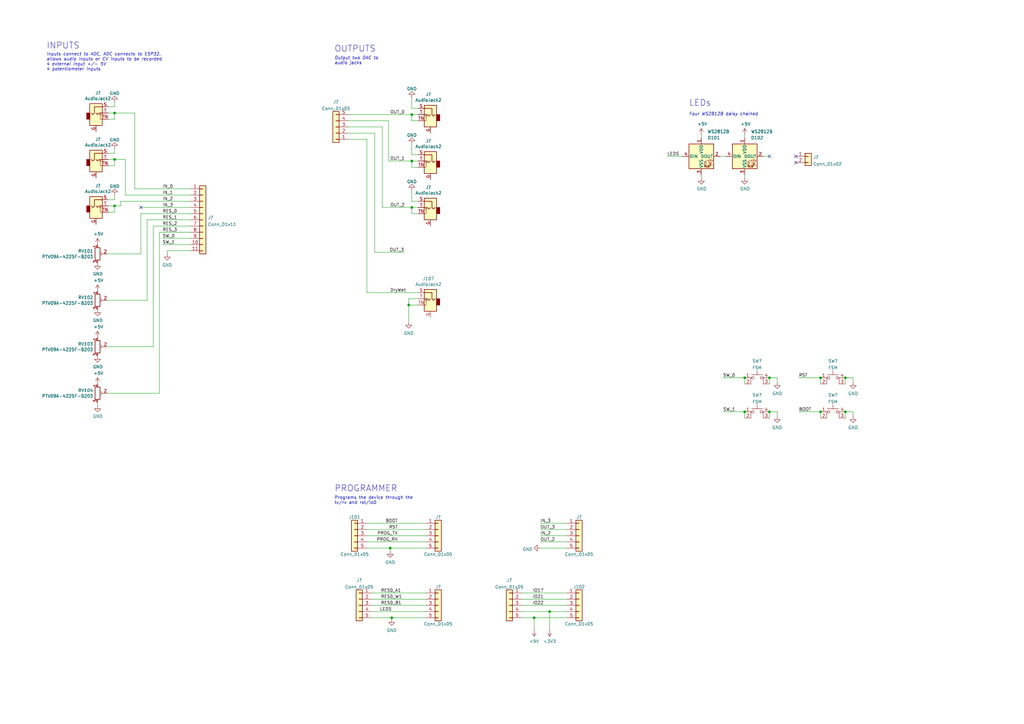
<source format=kicad_sch>
(kicad_sch (version 20211123) (generator eeschema)
  (paper "A3")
  (lib_symbols
    (symbol "+5V_1" (power) (pin_names (offset 0))
      (property "Value" "+5V_1" (at 0 3.556 0))
      (symbol "+5V_1_0_1"
        (polyline (pts (xy -0.762 1.27) (xy 0 2.54)))
        (polyline (pts (xy 0 0) (xy 0 2.54)))
        (polyline (pts (xy 0 2.54) (xy 0.762 1.27)))
      )
      (symbol "+5V_1_1_1"
        (pin power_in line (at 0 0 90) (length 0) hide (name "+5V") (number "1"))
      )
    )
    (symbol "Connector:AudioJack2_Ground_SwitchT"
      (property "Reference" "J" (at 0 8.89 0))
      (property "Value" "AudioJack2_Ground_SwitchT" (at 0 6.35 0))
      (symbol "AudioJack2_Ground_SwitchT_0_1"
        (rectangle (start -2.54 0) (end -3.81 -2.54) (stroke (width 0.254)) (fill (type outline)))
        (polyline (pts (xy 1.778 -0.254) (xy 2.032 -0.762)))
        (polyline (pts (xy 0 0) (xy 0.635 -0.635) (xy 1.27 0) (xy 2.54 0)) (stroke (width 0.254)))
        (polyline (pts (xy 2.54 -2.54) (xy 1.778 -2.54) (xy 1.778 -0.254) (xy 1.524 -0.762)))
        (polyline (pts (xy 2.54 2.54) (xy -0.635 2.54) (xy -0.635 0) (xy -1.27 -0.635) (xy -1.905 0)) (stroke (width 0.254)))
        (rectangle (start 2.54 3.81) (end -2.54 -5.08) (stroke (width 0.254)) (fill (type background)))
      )
      (symbol "AudioJack2_Ground_SwitchT_1_1"
        (pin passive line (at 0 -7.62 90) (length 2.54) (name "~") (number "G"))
        (pin passive line (at 5.08 2.54 180) (length 2.54) (name "~") (number "S"))
        (pin passive line (at 5.08 0 180) (length 2.54) (name "~") (number "T"))
        (pin passive line (at 5.08 -2.54 180) (length 2.54) (name "~") (number "TN"))
      )
    )
    (symbol "Connector_Generic:Conn_01x02" (pin_names (offset 1.016) hide)
      (property "Reference" "J" (at 0 2.54 0))
      (property "Value" "Conn_01x02" (at 0 -5.08 0))
      (symbol "Conn_01x02_1_1"
        (rectangle (start -1.27 -2.413) (end 0 -2.667) (stroke (width 0.1524)))
        (rectangle (start -1.27 0.127) (end 0 -0.127) (stroke (width 0.1524)))
        (rectangle (start -1.27 1.27) (end 1.27 -3.81) (stroke (width 0.254)) (fill (type background)))
        (pin passive line (at -5.08 0 0) (length 3.81) (name "Pin_1") (number "1"))
        (pin passive line (at -5.08 -2.54 0) (length 3.81) (name "Pin_2") (number "2"))
      )
    )
    (symbol "Connector_Generic:Conn_01x05" (pin_names (offset 1.016) hide)
      (property "Reference" "J" (at 0 7.62 0))
      (property "Value" "Conn_01x05" (at 0 -7.62 0))
      (symbol "Conn_01x05_1_1"
        (rectangle (start -1.27 -4.953) (end 0 -5.207) (stroke (width 0.1524)))
        (rectangle (start -1.27 -2.413) (end 0 -2.667) (stroke (width 0.1524)))
        (rectangle (start -1.27 0.127) (end 0 -0.127) (stroke (width 0.1524)))
        (rectangle (start -1.27 2.667) (end 0 2.413) (stroke (width 0.1524)))
        (rectangle (start -1.27 5.207) (end 0 4.953) (stroke (width 0.1524)))
        (rectangle (start -1.27 6.35) (end 1.27 -6.35) (stroke (width 0.254)) (fill (type background)))
        (pin passive line (at -5.08 5.08 0) (length 3.81) (name "Pin_1") (number "1"))
        (pin passive line (at -5.08 2.54 0) (length 3.81) (name "Pin_2") (number "2"))
        (pin passive line (at -5.08 0 0) (length 3.81) (name "Pin_3") (number "3"))
        (pin passive line (at -5.08 -2.54 0) (length 3.81) (name "Pin_4") (number "4"))
        (pin passive line (at -5.08 -5.08 0) (length 3.81) (name "Pin_5") (number "5"))
      )
    )
    (symbol "Connector_Generic:Conn_01x11" (pin_names (offset 1.016) hide)
      (property "Reference" "J" (at 0 15.24 0))
      (property "Value" "Conn_01x11" (at 0 -15.24 0))
      (symbol "Conn_01x11_1_1"
        (rectangle (start -1.27 -12.573) (end 0 -12.827) (stroke (width 0.1524)))
        (rectangle (start -1.27 -10.033) (end 0 -10.287) (stroke (width 0.1524)))
        (rectangle (start -1.27 -7.493) (end 0 -7.747) (stroke (width 0.1524)))
        (rectangle (start -1.27 -4.953) (end 0 -5.207) (stroke (width 0.1524)))
        (rectangle (start -1.27 -2.413) (end 0 -2.667) (stroke (width 0.1524)))
        (rectangle (start -1.27 0.127) (end 0 -0.127) (stroke (width 0.1524)))
        (rectangle (start -1.27 2.667) (end 0 2.413) (stroke (width 0.1524)))
        (rectangle (start -1.27 5.207) (end 0 4.953) (stroke (width 0.1524)))
        (rectangle (start -1.27 7.747) (end 0 7.493) (stroke (width 0.1524)))
        (rectangle (start -1.27 10.287) (end 0 10.033) (stroke (width 0.1524)))
        (rectangle (start -1.27 12.827) (end 0 12.573) (stroke (width 0.1524)))
        (rectangle (start -1.27 13.97) (end 1.27 -13.97) (stroke (width 0.254)) (fill (type background)))
        (pin passive line (at -5.08 12.7 0) (length 3.81) (name "Pin_1") (number "1"))
        (pin passive line (at -5.08 -10.16 0) (length 3.81) (name "Pin_10") (number "10"))
        (pin passive line (at -5.08 -12.7 0) (length 3.81) (name "Pin_11") (number "11"))
        (pin passive line (at -5.08 10.16 0) (length 3.81) (name "Pin_2") (number "2"))
        (pin passive line (at -5.08 7.62 0) (length 3.81) (name "Pin_3") (number "3"))
        (pin passive line (at -5.08 5.08 0) (length 3.81) (name "Pin_4") (number "4"))
        (pin passive line (at -5.08 2.54 0) (length 3.81) (name "Pin_5") (number "5"))
        (pin passive line (at -5.08 0 0) (length 3.81) (name "Pin_6") (number "6"))
        (pin passive line (at -5.08 -2.54 0) (length 3.81) (name "Pin_7") (number "7"))
        (pin passive line (at -5.08 -5.08 0) (length 3.81) (name "Pin_8") (number "8"))
        (pin passive line (at -5.08 -7.62 0) (length 3.81) (name "Pin_9") (number "9"))
      )
    )
    (symbol "Device:R_POT_TRIM" (pin_names (offset 1.016) hide)
      (property "Reference" "RV" (at -4.445 0 90))
      (property "Value" "Device_R_POT_TRIM" (at -2.54 0 90))
      (symbol "R_POT_TRIM_0_1"
        (polyline (pts (xy 1.524 0.762) (xy 1.524 -0.762)))
        (polyline (pts (xy 2.54 0) (xy 1.524 0)))
        (rectangle (start 1.016 2.54) (end -1.016 -2.54) (stroke (width 0.254)))
      )
      (symbol "R_POT_TRIM_1_1"
        (pin passive line (at 0 3.81 270) (length 1.27) (name "1") (number "1"))
        (pin passive line (at 3.81 0 180) (length 1.27) (name "2") (number "2"))
        (pin passive line (at 0 -3.81 90) (length 1.27) (name "3") (number "3"))
      )
    )
    (symbol "GND_1" (power) (pin_names (offset 0))
      (property "Value" "GND_1" (at 0 -3.81 0))
      (symbol "GND_1_0_1"
        (polyline (pts (xy 0 0) (xy 0 -1.27) (xy 1.27 -1.27) (xy 0 -2.54) (xy -1.27 -1.27) (xy 0 -1.27)))
      )
      (symbol "GND_1_1_1"
        (pin power_in line (at 0 0 270) (length 0) hide (name "GND") (number "1"))
      )
    )
    (symbol "GND_10" (power) (pin_names (offset 0))
      (property "Value" "GND_10" (at 0 -3.81 0))
      (symbol "GND_10_0_1"
        (polyline (pts (xy 0 0) (xy 0 -1.27) (xy 1.27 -1.27) (xy 0 -2.54) (xy -1.27 -1.27) (xy 0 -1.27)))
      )
      (symbol "GND_10_1_1"
        (pin power_in line (at 0 0 270) (length 0) hide (name "GND") (number "1"))
      )
    )
    (symbol "GND_2" (power) (pin_names (offset 0))
      (property "Value" "GND_2" (at 0 -3.81 0))
      (symbol "GND_2_0_1"
        (polyline (pts (xy 0 0) (xy 0 -1.27) (xy 1.27 -1.27) (xy 0 -2.54) (xy -1.27 -1.27) (xy 0 -1.27)))
      )
      (symbol "GND_2_1_1"
        (pin power_in line (at 0 0 270) (length 0) hide (name "GND") (number "1"))
      )
    )
    (symbol "GND_3" (power) (pin_names (offset 0))
      (property "Value" "GND_3" (at 0 -3.81 0))
      (symbol "GND_3_0_1"
        (polyline (pts (xy 0 0) (xy 0 -1.27) (xy 1.27 -1.27) (xy 0 -2.54) (xy -1.27 -1.27) (xy 0 -1.27)))
      )
      (symbol "GND_3_1_1"
        (pin power_in line (at 0 0 270) (length 0) hide (name "GND") (number "1"))
      )
    )
    (symbol "GND_4" (power) (pin_names (offset 0))
      (property "Value" "GND_4" (at 0 -3.81 0))
      (symbol "GND_4_0_1"
        (polyline (pts (xy 0 0) (xy 0 -1.27) (xy 1.27 -1.27) (xy 0 -2.54) (xy -1.27 -1.27) (xy 0 -1.27)))
      )
      (symbol "GND_4_1_1"
        (pin power_in line (at 0 0 270) (length 0) hide (name "GND") (number "1"))
      )
    )
    (symbol "GND_5" (power) (pin_names (offset 0))
      (property "Value" "GND_5" (at 0 -3.81 0))
      (symbol "GND_5_0_1"
        (polyline (pts (xy 0 0) (xy 0 -1.27) (xy 1.27 -1.27) (xy 0 -2.54) (xy -1.27 -1.27) (xy 0 -1.27)))
      )
      (symbol "GND_5_1_1"
        (pin power_in line (at 0 0 270) (length 0) hide (name "GND") (number "1"))
      )
    )
    (symbol "GND_6" (power) (pin_names (offset 0))
      (property "Value" "GND_6" (at 0 -3.81 0))
      (symbol "GND_6_0_1"
        (polyline (pts (xy 0 0) (xy 0 -1.27) (xy 1.27 -1.27) (xy 0 -2.54) (xy -1.27 -1.27) (xy 0 -1.27)))
      )
      (symbol "GND_6_1_1"
        (pin power_in line (at 0 0 270) (length 0) hide (name "GND") (number "1"))
      )
    )
    (symbol "GND_7" (power) (pin_names (offset 0))
      (property "Value" "GND_7" (at 0 -3.81 0))
      (symbol "GND_7_0_1"
        (polyline (pts (xy 0 0) (xy 0 -1.27) (xy 1.27 -1.27) (xy 0 -2.54) (xy -1.27 -1.27) (xy 0 -1.27)))
      )
      (symbol "GND_7_1_1"
        (pin power_in line (at 0 0 270) (length 0) hide (name "GND") (number "1"))
      )
    )
    (symbol "GND_8" (power) (pin_names (offset 0))
      (property "Value" "GND_8" (at 0 -3.81 0))
      (symbol "GND_8_0_1"
        (polyline (pts (xy 0 0) (xy 0 -1.27) (xy 1.27 -1.27) (xy 0 -2.54) (xy -1.27 -1.27) (xy 0 -1.27)))
      )
      (symbol "GND_8_1_1"
        (pin power_in line (at 0 0 270) (length 0) hide (name "GND") (number "1"))
      )
    )
    (symbol "GND_9" (power) (pin_names (offset 0))
      (property "Value" "GND_9" (at 0 -3.81 0))
      (symbol "GND_9_0_1"
        (polyline (pts (xy 0 0) (xy 0 -1.27) (xy 1.27 -1.27) (xy 0 -2.54) (xy -1.27 -1.27) (xy 0 -1.27)))
      )
      (symbol "GND_9_1_1"
        (pin power_in line (at 0 0 270) (length 0) hide (name "GND") (number "1"))
      )
    )
    (symbol "LED:WS2812B" (pin_names (offset 0.254))
      (property "Reference" "D" (at 5.08 5.715 0))
      (property "Value" "LED_WS2812B" (at 1.27 -5.715 0))
      (symbol "WS2812B_0_0"
        (text "RGB" (at 2.286 -4.191 0) (effects (font (size 0.762 0.762))))
      )
      (symbol "WS2812B_0_1"
        (polyline (pts (xy 1.27 -3.556) (xy 1.778 -3.556)))
        (polyline (pts (xy 1.27 -2.54) (xy 1.778 -2.54)))
        (polyline (pts (xy 4.699 -3.556) (xy 2.667 -3.556)))
        (polyline (pts (xy 2.286 -2.54) (xy 1.27 -3.556) (xy 1.27 -3.048)))
        (polyline (pts (xy 2.286 -1.524) (xy 1.27 -2.54) (xy 1.27 -2.032)))
        (polyline (pts (xy 3.683 -1.016) (xy 3.683 -3.556) (xy 3.683 -4.064)))
        (polyline (pts (xy 4.699 -1.524) (xy 2.667 -1.524) (xy 3.683 -3.556) (xy 4.699 -1.524)))
        (rectangle (start 5.08 5.08) (end -5.08 -5.08) (stroke (width 0.254)) (fill (type background)))
      )
      (symbol "WS2812B_1_1"
        (pin power_in line (at 0 7.62 270) (length 2.54) (name "VDD") (number "1"))
        (pin output line (at 7.62 0 180) (length 2.54) (name "DOUT") (number "2"))
        (pin power_in line (at 0 -7.62 90) (length 2.54) (name "VSS") (number "3"))
        (pin input line (at -7.62 0 0) (length 2.54) (name "DIN") (number "4"))
      )
    )
    (symbol "Switch:SW_MEC_5E" (pin_names (offset 1.016) hide)
      (property "Reference" "SW" (at 0.635 5.715 0))
      (property "Value" "SW_MEC_5E" (at 0 -3.175 0))
      (symbol "SW_MEC_5E_0_1"
        (circle (center -1.778 2.54) (radius 0.508))
        (polyline (pts (xy -2.286 3.81) (xy 2.286 3.81)))
        (polyline (pts (xy 0 3.81) (xy 0 5.588)))
        (polyline (pts (xy -2.54 0) (xy -2.54 2.54) (xy -2.286 2.54)))
        (polyline (pts (xy 2.54 0) (xy 2.54 2.54) (xy 2.286 2.54)))
        (circle (center 1.778 2.54) (radius 0.508))
        (pin passive line (at -5.08 2.54 0) (length 2.54) (name "1") (number "1"))
        (pin passive line (at -5.08 0 0) (length 2.54) (name "2") (number "2"))
        (pin passive line (at 5.08 0 180) (length 2.54) (name "K") (number "3"))
        (pin passive line (at 5.08 2.54 180) (length 2.54) (name "A") (number "4"))
      )
    )
    (symbol "power:+3V3" (power) (pin_names (offset 0))
      (property "Value" "+3V3" (at 0 3.556 0))
      (symbol "+3V3_0_1"
        (polyline (pts (xy -0.762 1.27) (xy 0 2.54)))
        (polyline (pts (xy 0 0) (xy 0 2.54)))
        (polyline (pts (xy 0 2.54) (xy 0.762 1.27)))
      )
      (symbol "+3V3_1_1"
        (pin power_in line (at 0 0 90) (length 0) hide (name "+3V3") (number "1"))
      )
    )
    (symbol "power:+5V" (power) (pin_names (offset 0))
      (property "Value" "power_+5V" (at 0 3.556 0))
      (symbol "+5V_0_1"
        (polyline (pts (xy -0.762 1.27) (xy 0 2.54)))
        (polyline (pts (xy 0 0) (xy 0 2.54)))
        (polyline (pts (xy 0 2.54) (xy 0.762 1.27)))
      )
      (symbol "+5V_1_1"
        (pin power_in line (at 0 0 90) (length 0) hide (name "+5V") (number "1"))
      )
    )
    (symbol "power:GND" (power) (pin_names (offset 0))
      (property "Value" "power_GND" (at 0 -3.81 0))
      (symbol "GND_0_1"
        (polyline (pts (xy 0 0) (xy 0 -1.27) (xy 1.27 -1.27) (xy 0 -2.54) (xy -1.27 -1.27) (xy 0 -1.27)))
      )
      (symbol "GND_1_1"
        (pin power_in line (at 0 0 270) (length 0) hide (name "GND") (number "1"))
      )
    )
  )
  (junction (at 46.99 65.405))
  (junction (at 336.55 168.91))
  (junction (at 225.425 250.825))
  (junction (at 160.02 224.79))
  (junction (at 346.71 168.91))
  (junction (at 315.595 154.94))
  (junction (at 336.55 154.94))
  (junction (at 168.91 66.04))
  (junction (at 160.655 253.365))
  (junction (at 167.64 125.095))
  (junction (at 305.435 168.91))
  (junction (at 305.435 154.94))
  (junction (at 346.71 154.94))
  (junction (at 46.99 84.455))
  (junction (at 46.99 46.355))
  (junction (at 168.91 85.09))
  (junction (at 168.91 46.99))
  (junction (at 315.595 168.91))
  (junction (at 219.075 253.365))
  (no_connect (at 326.39 64.135))
  (no_connect (at 315.595 64.135))
  (no_connect (at 57.785 85.09))
  (no_connect (at 326.39 66.675))
  (wire (pts (xy 152.4 253.365) (xy 160.655 253.365)))
  (wire (pts (xy 150.495 214.63) (xy 174.625 214.63)))
  (wire (pts (xy 221.615 222.25) (xy 232.41 222.25)))
  (wire (pts (xy 168.91 87.63) (xy 171.45 87.63)))
  (wire (pts (xy 168.91 49.53) (xy 171.45 49.53)))
  (wire (pts (xy 168.91 46.99) (xy 171.45 46.99)))
  (wire (pts (xy 46.99 65.405) (xy 46.99 67.945)))
  (wire (pts (xy 167.64 122.555) (xy 167.64 125.095)))
  (wire (pts (xy 336.55 154.94) (xy 336.55 157.48)))
  (wire (pts (xy 57.785 104.14) (xy 57.785 87.63)))
  (wire (pts (xy 346.71 154.94) (xy 349.885 154.94)))
  (wire (pts (xy 43.815 142.24) (xy 62.865 142.24)))
  (wire (pts (xy 43.815 104.14) (xy 57.785 104.14)))
  (wire (pts (xy 305.435 55.245) (xy 305.435 56.515)))
  (wire (pts (xy 296.545 168.91) (xy 305.435 168.91)))
  (wire (pts (xy 168.91 85.09) (xy 168.91 87.63)))
  (wire (pts (xy 168.91 40.005) (xy 168.91 44.45)))
  (wire (pts (xy 62.865 142.24) (xy 62.865 92.71)))
  (wire (pts (xy 46.99 46.355) (xy 46.99 48.895)))
  (wire (pts (xy 46.99 41.91) (xy 46.99 43.815)))
  (wire (pts (xy 287.655 55.245) (xy 287.655 56.515)))
  (wire (pts (xy 219.075 253.365) (xy 219.075 258.445)))
  (wire (pts (xy 213.995 253.365) (xy 219.075 253.365)))
  (wire (pts (xy 168.91 78.105) (xy 168.91 82.55)))
  (wire (pts (xy 142.875 46.99) (xy 168.91 46.99)))
  (wire (pts (xy 273.685 64.135) (xy 280.035 64.135)))
  (wire (pts (xy 171.45 44.45) (xy 168.91 44.45)))
  (wire (pts (xy 225.425 250.825) (xy 213.995 250.825)))
  (wire (pts (xy 213.995 243.205) (xy 232.41 243.205)))
  (wire (pts (xy 168.91 59.055) (xy 168.91 63.5)))
  (wire (pts (xy 159.385 49.53) (xy 159.385 66.04)))
  (wire (pts (xy 327.66 168.91) (xy 336.55 168.91)))
  (wire (pts (xy 346.71 154.94) (xy 346.71 157.48)))
  (wire (pts (xy 62.865 92.71) (xy 78.105 92.71)))
  (wire (pts (xy 295.275 64.135) (xy 297.815 64.135)))
  (wire (pts (xy 296.545 154.94) (xy 305.435 154.94)))
  (wire (pts (xy 57.785 85.09) (xy 78.105 85.09)))
  (wire (pts (xy 213.995 248.285) (xy 232.41 248.285)))
  (wire (pts (xy 168.91 66.04) (xy 171.45 66.04)))
  (wire (pts (xy 55.245 77.47) (xy 55.245 46.355)))
  (wire (pts (xy 160.02 224.79) (xy 174.625 224.79)))
  (wire (pts (xy 46.99 80.01) (xy 46.99 81.915)))
  (wire (pts (xy 313.055 64.135) (xy 315.595 64.135)))
  (wire (pts (xy 150.495 219.71) (xy 174.625 219.71)))
  (wire (pts (xy 315.595 168.91) (xy 315.595 171.45)))
  (wire (pts (xy 160.655 253.365) (xy 160.655 254)))
  (wire (pts (xy 349.885 168.91) (xy 349.885 170.815)))
  (wire (pts (xy 221.615 224.79) (xy 232.41 224.79)))
  (wire (pts (xy 287.655 73.025) (xy 287.655 71.755)))
  (wire (pts (xy 65.405 161.29) (xy 43.815 161.29)))
  (wire (pts (xy 46.99 81.915) (xy 44.45 81.915)))
  (wire (pts (xy 68.58 102.87) (xy 78.105 102.87)))
  (wire (pts (xy 219.075 253.365) (xy 232.41 253.365)))
  (wire (pts (xy 150.495 57.15) (xy 142.875 57.15)))
  (wire (pts (xy 221.615 219.71) (xy 232.41 219.71)))
  (wire (pts (xy 46.99 48.895) (xy 44.45 48.895)))
  (wire (pts (xy 156.845 52.07) (xy 156.845 85.09)))
  (wire (pts (xy 171.45 63.5) (xy 168.91 63.5)))
  (wire (pts (xy 160.02 224.79) (xy 160.02 226.06)))
  (wire (pts (xy 43.815 123.19) (xy 60.325 123.19)))
  (wire (pts (xy 159.385 66.04) (xy 168.91 66.04)))
  (wire (pts (xy 168.91 85.09) (xy 171.45 85.09)))
  (wire (pts (xy 142.875 54.61) (xy 153.67 54.61)))
  (wire (pts (xy 152.4 248.285) (xy 174.625 248.285)))
  (wire (pts (xy 142.875 52.07) (xy 156.845 52.07)))
  (wire (pts (xy 66.675 100.33) (xy 78.105 100.33)))
  (wire (pts (xy 44.45 46.355) (xy 46.99 46.355)))
  (wire (pts (xy 152.4 250.825) (xy 174.625 250.825)))
  (wire (pts (xy 168.91 68.58) (xy 171.45 68.58)))
  (wire (pts (xy 150.495 57.15) (xy 150.495 120.015)))
  (wire (pts (xy 327.66 154.94) (xy 336.55 154.94)))
  (wire (pts (xy 44.45 43.815) (xy 46.99 43.815)))
  (wire (pts (xy 68.58 104.14) (xy 68.58 102.87)))
  (wire (pts (xy 349.885 154.94) (xy 349.885 156.845)))
  (wire (pts (xy 46.99 65.405) (xy 51.435 65.405)))
  (wire (pts (xy 171.45 125.095) (xy 167.64 125.095)))
  (wire (pts (xy 225.425 258.445) (xy 225.425 250.825)))
  (wire (pts (xy 315.595 154.94) (xy 315.595 157.48)))
  (wire (pts (xy 46.99 46.355) (xy 55.245 46.355)))
  (wire (pts (xy 171.45 82.55) (xy 168.91 82.55)))
  (wire (pts (xy 46.99 60.96) (xy 46.99 62.865)))
  (wire (pts (xy 346.71 168.91) (xy 349.885 168.91)))
  (wire (pts (xy 153.67 103.505) (xy 165.735 103.505)))
  (wire (pts (xy 171.45 122.555) (xy 167.64 122.555)))
  (wire (pts (xy 44.45 67.945) (xy 46.99 67.945)))
  (wire (pts (xy 150.495 120.015) (xy 171.45 120.015)))
  (wire (pts (xy 65.405 95.25) (xy 78.105 95.25)))
  (wire (pts (xy 44.45 65.405) (xy 46.99 65.405)))
  (wire (pts (xy 49.53 82.55) (xy 78.105 82.55)))
  (wire (pts (xy 49.53 84.455) (xy 46.99 84.455)))
  (wire (pts (xy 318.77 168.91) (xy 318.77 170.815)))
  (wire (pts (xy 150.495 222.25) (xy 174.625 222.25)))
  (wire (pts (xy 142.875 49.53) (xy 159.385 49.53)))
  (wire (pts (xy 167.64 125.095) (xy 167.64 132.08)))
  (wire (pts (xy 315.595 168.91) (xy 318.77 168.91)))
  (wire (pts (xy 150.495 224.79) (xy 160.02 224.79)))
  (wire (pts (xy 156.845 85.09) (xy 168.91 85.09)))
  (wire (pts (xy 46.99 84.455) (xy 44.45 84.455)))
  (wire (pts (xy 44.45 62.865) (xy 46.99 62.865)))
  (wire (pts (xy 51.435 65.405) (xy 51.435 80.01)))
  (wire (pts (xy 153.67 54.61) (xy 153.67 103.505)))
  (wire (pts (xy 152.4 245.745) (xy 174.625 245.745)))
  (wire (pts (xy 60.325 90.17) (xy 78.105 90.17)))
  (wire (pts (xy 221.615 214.63) (xy 232.41 214.63)))
  (wire (pts (xy 221.615 217.17) (xy 232.41 217.17)))
  (wire (pts (xy 65.405 95.25) (xy 65.405 161.29)))
  (wire (pts (xy 225.425 250.825) (xy 232.41 250.825)))
  (wire (pts (xy 305.435 154.94) (xy 305.435 157.48)))
  (wire (pts (xy 315.595 154.94) (xy 318.77 154.94)))
  (wire (pts (xy 305.435 168.91) (xy 305.435 171.45)))
  (wire (pts (xy 57.785 87.63) (xy 78.105 87.63)))
  (wire (pts (xy 160.655 253.365) (xy 174.625 253.365)))
  (wire (pts (xy 51.435 80.01) (xy 78.105 80.01)))
  (wire (pts (xy 40.005 165.1) (xy 40.005 166.37)))
  (wire (pts (xy 55.245 77.47) (xy 78.105 77.47)))
  (wire (pts (xy 213.995 245.745) (xy 232.41 245.745)))
  (wire (pts (xy 49.53 82.55) (xy 49.53 84.455)))
  (wire (pts (xy 60.325 123.19) (xy 60.325 90.17)))
  (wire (pts (xy 150.495 217.17) (xy 174.625 217.17)))
  (wire (pts (xy 346.71 168.91) (xy 346.71 171.45)))
  (wire (pts (xy 318.77 154.94) (xy 318.77 156.845)))
  (wire (pts (xy 168.91 46.99) (xy 168.91 49.53)))
  (wire (pts (xy 66.675 97.79) (xy 78.105 97.79)))
  (wire (pts (xy 305.435 73.025) (xy 305.435 71.755)))
  (wire (pts (xy 44.45 86.995) (xy 46.99 86.995)))
  (wire (pts (xy 152.4 243.205) (xy 174.625 243.205)))
  (wire (pts (xy 168.91 66.04) (xy 168.91 68.58)))
  (wire (pts (xy 46.99 86.995) (xy 46.99 84.455)))
  (wire (pts (xy 336.55 168.91) (xy 336.55 171.45)))
  (text "INPUTS" (at 19.05 20.32 0) (effects (font (size 2.54 2.54)) (justify left bottom)))
  (text "OUTPUTS" (at 137.16 21.59 0) (effects (font (size 2.54 2.54)) (justify left bottom)))
  (text "LEDs" (at 282.575 43.815 0) (effects (font (size 2.54 2.54)) (justify left bottom)))
  (text "Programs the device through the \ntx/rx and rst/io0" (at 137.16 207.01 0) (effects (font (size 1.27 1.27)) (justify left bottom)))
  (text "Output two DAC to\naudio jacks" (at 137.16 26.67 0) (effects (font (size 1.27 1.27) italic) (justify left bottom)))
  (text "Four WS2B12B daisy chained " (at 282.575 47.625 0) (effects (font (size 1.27 1.27) italic) (justify left bottom)))
  (text "PROGRAMMER" (at 137.16 201.93 0) (effects (font (size 2.54 2.54)) (justify left bottom)))
  (text "Inputs connect to ADC, ADC connects to ESP32,\nallows audio inputs or CV inputs to be recorded\n4 external input +/- 5V\n4 potentiometer inputs" (at 19.05 29.21 0) (effects (font (size 1.27 1.27) italic) (justify left bottom)))
  (label "IO21" (at 218.44 245.745 0))
  (label "IN_3" (at 66.675 85.09 0))
  (label "OUT_1" (at 160.02 66.04 0))
  (label "BOOT" (at 163.195 214.63 180))
  (label "RES0_B1" (at 156.21 248.285 0))
  (label "RES0_A1" (at 156.21 243.205 0))
  (label "IN_2" (at 221.615 219.71 0))
  (label "RES_2" (at 66.675 92.71 0))
  (label "SW_0" (at 66.675 97.79 0))
  (label "BOOT" (at 327.66 168.91 0))
  (label "IN_3" (at 221.615 214.63 0))
  (label "DryWet" (at 160.02 120.015 0))
  (label "RES0_W1" (at 156.21 245.745 0))
  (label "SW_1" (at 66.675 100.33 0))
  (label "LEDS" (at 160.655 250.825 180))
  (label "IN_0" (at 66.675 77.47 0))
  (label "IN_2" (at 66.675 82.55 0))
  (label "LEDS" (at 273.685 64.135 0))
  (label "RES_1" (at 66.675 90.17 0))
  (label "PROG_TX" (at 163.195 219.71 180))
  (label "RES_3" (at 66.675 95.25 0))
  (label "OUT_2" (at 221.615 222.25 0))
  (label "IO22" (at 218.44 248.285 0))
  (label "IN_1" (at 66.675 80.01 0))
  (label "RST" (at 163.195 217.17 180))
  (label "OUT_3" (at 221.615 217.17 0))
  (label "RES_0" (at 66.675 87.63 0))
  (label "OUT_0" (at 160.02 46.99 0))
  (label "IO17" (at 218.44 243.205 0))
  (label "SW_1" (at 296.545 168.91 0))
  (label "OUT_2" (at 160.02 85.09 0))
  (label "RST" (at 327.66 154.94 0))
  (label "OUT_3" (at 165.735 103.505 180))
  (label "SW_0" (at 296.545 154.94 0))
  (label "PROG_RX" (at 163.195 222.25 180))
  (symbol (lib_id "Device:R_POT_TRIM") (at 40.005 104.14 0) (unit 1)
    (property "Reference" "RV101" (at 38.227 102.9716 0) (effects (justify right)))
    (property "Value" "PTV09A-4225F-B203" (at 38.227 105.283 0) (effects (justify right)))
    (property "Footprint" "Potentiometer_THT:Potentiometer_Bourns_PTV09A-1_Single_Vertical" (effects hide))
  )
  (symbol (lib_id "power:+5V") (at 40.005 100.33 0) (unit 1)
    (property "Reference" "#PWR0125" (effects hide))
    (property "Value" "+5V" (at 40.386 95.9358 0))
  )
  (symbol (lib_id "power:GND") (at 40.005 107.95 0) (unit 1)
    (property "Reference" "#PWR0128" (effects hide))
    (property "Value" "GND" (at 40.132 112.3442 0))
  )
  (symbol (lib_id "Device:R_POT_TRIM") (at 40.005 123.19 0) (unit 1)
    (property "Reference" "RV102" (at 38.227 122.0216 0) (effects (justify right)))
    (property "Value" "PTV09A-4225F-B203" (at 38.227 124.333 0) (effects (justify right)))
    (property "Footprint" "Potentiometer_THT:Potentiometer_Bourns_PTV09A-1_Single_Vertical" (effects hide))
  )
  (symbol (lib_id "power:+5V") (at 40.005 119.38 0) (unit 1)
    (property "Reference" "#PWR0127" (effects hide))
    (property "Value" "+5V" (at 40.386 114.9858 0))
  )
  (symbol (lib_id "power:GND") (at 40.005 127 0) (unit 1)
    (property "Reference" "#PWR0126" (effects hide))
    (property "Value" "GND" (at 40.132 131.3942 0))
  )
  (symbol (lib_id "Device:R_POT_TRIM") (at 40.005 142.24 0) (unit 1)
    (property "Reference" "RV103" (at 38.227 141.0716 0) (effects (justify right)))
    (property "Value" "PTV09A-4225F-B203" (at 38.227 143.383 0) (effects (justify right)))
    (property "Footprint" "Potentiometer_THT:Potentiometer_Bourns_PTV09A-1_Single_Vertical" (effects hide))
  )
  (symbol (lib_id "power:+5V") (at 40.005 138.43 0) (unit 1)
    (property "Reference" "#PWR0122" (effects hide))
    (property "Value" "+5V" (at 40.386 134.0358 0))
  )
  (symbol (lib_id "power:GND") (at 40.005 146.05 0) (unit 1)
    (property "Reference" "#PWR0123" (effects hide))
    (property "Value" "GND" (at 40.132 150.4442 0))
  )
  (symbol (lib_id "Device:R_POT_TRIM") (at 40.005 161.29 0) (unit 1)
    (property "Reference" "RV104" (at 38.227 160.1216 0) (effects (justify right)))
    (property "Value" "PTV09A-4225F-B203" (at 38.227 162.433 0) (effects (justify right)))
    (property "Footprint" "Potentiometer_THT:Potentiometer_Bourns_PTV09A-1_Single_Vertical" (effects hide))
  )
  (symbol (lib_id "LED:WS2812B") (at 287.655 64.135 0) (unit 1)
    (property "Reference" "D101" (at 290.195 56.515 0) (effects (justify left)))
    (property "Value" "WS2812B" (at 290.195 53.975 0) (effects (justify left)))
    (property "Footprint" "LED_SMD:LED_WS2812B_PLCC4_5.0x5.0mm_P3.2mm" (effects hide))
    (property "Datasheet" "https://cdn-shop.adafruit.com/datasheets/WS2812B.pdf" (effects hide))
  )
  (symbol (lib_id "power:GND") (at 40.005 166.37 0) (unit 1)
    (property "Reference" "#PWR0104" (effects hide))
    (property "Value" "GND" (at 40.132 170.7642 0))
  )
  (symbol (lib_id "LED:WS2812B") (at 305.435 64.135 0) (unit 1)
    (property "Reference" "D102" (at 307.975 56.515 0) (effects (justify left)))
    (property "Value" "WS2812B" (at 307.975 53.975 0) (effects (justify left)))
    (property "Footprint" "LED_SMD:LED_WS2812B_PLCC4_5.0x5.0mm_P3.2mm" (effects hide))
    (property "Datasheet" "https://cdn-shop.adafruit.com/datasheets/WS2812B.pdf" (effects hide))
  )
  (symbol (lib_id "power:GND") (at 305.435 73.025 0) (unit 1)
    (property "Reference" "#PWR0146" (effects hide))
    (property "Value" "GND" (at 305.562 77.4192 0))
  )
  (symbol (lib_id "power:GND") (at 287.655 73.025 0) (unit 1)
    (property "Reference" "#PWR0140" (effects hide))
    (property "Value" "GND" (at 287.782 77.4192 0))
  )
  (symbol (lib_id "power:+5V") (at 287.655 55.245 0) (unit 1)
    (property "Reference" "#PWR0141" (effects hide))
    (property "Value" "+5V" (at 288.036 50.8508 0))
  )
  (symbol (lib_id "power:+5V") (at 305.435 55.245 0) (unit 1)
    (property "Reference" "#PWR0142" (effects hide))
    (property "Value" "+5V" (at 305.816 50.8508 0))
  )
  (symbol (lib_id "Connector_Generic:Conn_01x05") (at 237.49 248.285 0) (unit 1)
    (property "Reference" "J102" (at 237.49 240.665 0))
    (property "Value" "Conn_01x05" (at 237.49 255.905 0))
    (property "Footprint" "Connector_PinSocket_2.54mm:PinSocket_1x05_P2.54mm_Vertical" (effects hide))
  )
  (symbol (lib_name "GND_2") (lib_id "power:GND") (at 160.655 254 0) (unit 1)
    (property "Reference" "#PWR?" (effects hide))
    (property "Value" "GND" (at 160.655 258.5625 0))
  )
  (symbol (lib_id "Connector_Generic:Conn_01x05") (at 147.32 248.285 0) (mirror y) (unit 1)
    (property "Reference" "J?" (at 147.32 237.9685 0))
    (property "Value" "Conn_01x05" (at 147.32 240.7436 0))
    (property "Footprint" "Connector_PinSocket_2.54mm:PinSocket_1x05_P2.54mm_Vertical" (effects hide))
  )
  (symbol (lib_id "Connector_Generic:Conn_01x05") (at 237.49 219.71 0) (unit 1)
    (property "Reference" "J?" (at 237.49 212.09 0))
    (property "Value" "Conn_01x05" (at 237.49 227.33 0))
    (property "Footprint" "Connector_PinHeader_2.54mm:PinHeader_1x05_P2.54mm_Vertical" (effects hide))
  )
  (symbol (lib_id "Switch:SW_MEC_5E") (at 310.515 171.45 0) (unit 1)
    (property "Reference" "SW?" (at 310.515 162.0225 0))
    (property "Value" "FSM" (at 310.515 164.7976 0))
    (property "Footprint" "Button_Switch_SMD:SW_Push_1P1T_NO_6x6mm_H9.5mm" (effects hide))
    (property "Datasheet" "http://www.apem.com/int/index.php?controller=attachment&id_attachment=1371" (effects hide))
  )
  (symbol (lib_id "Connector:AudioJack2_Ground_SwitchT") (at 39.37 46.355 0) (unit 1)
    (property "Reference" "J?" (at 40.1828 38.1 0))
    (property "Value" "AudioJack2" (at 40.1828 40.4114 0))
    (property "Footprint" "AudioJacks:Jack_3.5mm_QingPu_WQP-PJ398SM_Vertical" (effects hide))
  )
  (symbol (lib_name "GND_10") (lib_id "power:GND") (at 221.615 224.79 270) (unit 1)
    (property "Reference" "#PWR?" (effects hide))
    (property "Value" "GND" (at 218.4401 225.269 90) (effects (justify right)))
  )
  (symbol (lib_id "Connector_Generic:Conn_01x05") (at 145.415 219.71 0) (mirror y) (unit 1)
    (property "Reference" "J101" (at 145.415 212.09 0))
    (property "Value" "Conn_01x05" (at 145.415 227.33 0))
    (property "Footprint" "Connector_PinSocket_2.54mm:PinSocket_1x05_P2.54mm_Vertical" (effects hide))
  )
  (symbol (lib_name "GND_4") (lib_id "power:GND") (at 46.99 60.96 180) (unit 1)
    (property "Reference" "#PWR?" (effects hide))
    (property "Value" "GND" (at 46.99 57.3555 0))
  )
  (symbol (lib_id "Connector_Generic:Conn_01x05") (at 179.705 219.71 0) (unit 1)
    (property "Reference" "J?" (at 179.705 212.09 0))
    (property "Value" "Conn_01x05" (at 179.705 227.33 0))
    (property "Footprint" "Connector_PinHeader_2.54mm:PinHeader_1x05_P2.54mm_Vertical" (effects hide))
  )
  (symbol (lib_id "Connector:AudioJack2_Ground_SwitchT") (at 39.37 84.455 0) (unit 1)
    (property "Reference" "J?" (at 40.1828 76.2 0))
    (property "Value" "AudioJack2" (at 40.1828 78.5114 0))
    (property "Footprint" "AudioJacks:Jack_3.5mm_QingPu_WQP-PJ398SM_Vertical" (effects hide))
  )
  (symbol (lib_id "power:+5V") (at 40.005 157.48 0) (unit 1)
    (property "Reference" "#PWR0124" (effects hide))
    (property "Value" "+5V" (at 40.386 153.0858 0))
  )
  (symbol (lib_id "Switch:SW_MEC_5E") (at 341.63 157.48 0) (unit 1)
    (property "Reference" "SW?" (at 341.63 148.0525 0))
    (property "Value" "FSM" (at 341.63 150.8276 0))
    (property "Footprint" "Button_Switch_SMD:SW_Push_1P1T_NO_6x6mm_H9.5mm" (effects hide))
    (property "Datasheet" "http://www.apem.com/int/index.php?controller=attachment&id_attachment=1371" (effects hide))
  )
  (symbol (lib_id "Connector_Generic:Conn_01x05") (at 208.915 248.285 0) (mirror y) (unit 1)
    (property "Reference" "J?" (at 208.915 237.9685 0))
    (property "Value" "Conn_01x05" (at 208.915 240.7436 0))
  )
  (symbol (lib_name "GND_8") (lib_id "power:GND") (at 168.91 40.005 180) (unit 1)
    (property "Reference" "#PWR?" (effects hide))
    (property "Value" "GND" (at 168.91 36.4005 0))
  )
  (symbol (lib_name "GND_8") (lib_id "power:GND") (at 168.91 59.055 180) (unit 1)
    (property "Reference" "#PWR?" (effects hide))
    (property "Value" "GND" (at 168.91 55.4505 0))
  )
  (symbol (lib_id "Connector:AudioJack2_Ground_SwitchT") (at 176.53 66.04 0) (mirror y) (unit 1)
    (property "Reference" "J?" (at 175.7172 57.785 0))
    (property "Value" "AudioJack2" (at 175.7172 60.0964 0))
    (property "Footprint" "AudioJacks:Jack_3.5mm_QingPu_WQP-PJ398SM_Vertical" (effects hide))
  )
  (symbol (lib_name "GND_8") (lib_id "power:GND") (at 168.91 78.105 180) (unit 1)
    (property "Reference" "#PWR?" (effects hide))
    (property "Value" "GND" (at 168.91 74.5005 0))
  )
  (symbol (lib_name "GND_6") (lib_id "power:GND") (at 349.885 170.815 0) (unit 1)
    (property "Reference" "#PWR?" (effects hide))
    (property "Value" "GND" (at 349.885 175.3775 0))
  )
  (symbol (lib_id "Connector:AudioJack2_Ground_SwitchT") (at 39.37 65.405 0) (unit 1)
    (property "Reference" "J?" (at 40.1828 57.15 0))
    (property "Value" "AudioJack2" (at 40.1828 59.4614 0))
    (property "Footprint" "AudioJacks:Jack_3.5mm_QingPu_WQP-PJ398SM_Vertical" (effects hide))
  )
  (symbol (lib_name "GND_1") (lib_id "power:GND") (at 167.64 132.08 0) (mirror y) (unit 1)
    (property "Reference" "#PWR0136" (effects hide))
    (property "Value" "GND" (at 167.64 136.6425 0))
  )
  (symbol (lib_id "Connector_Generic:Conn_01x11") (at 83.185 90.17 0) (unit 1)
    (property "Reference" "J?" (at 85.217 89.2615 0) (effects (justify left)))
    (property "Value" "Conn_01x11" (at 85.217 92.0366 0) (effects (justify left)))
    (property "Footprint" "Connector_PinSocket_2.54mm:PinSocket_1x11_P2.54mm_Vertical" (effects hide))
  )
  (symbol (lib_name "+5V_1") (lib_id "power:+5V") (at 219.075 258.445 180) (unit 1)
    (property "Reference" "#PWR?" (effects hide))
    (property "Value" "+5V" (at 219.075 263.0075 0))
  )
  (symbol (lib_name "GND_7") (lib_id "power:GND") (at 46.99 80.01 180) (unit 1)
    (property "Reference" "#PWR?" (effects hide))
    (property "Value" "GND" (at 46.99 76.4055 0))
  )
  (symbol (lib_name "GND_3") (lib_id "power:GND") (at 46.99 41.91 180) (unit 1)
    (property "Reference" "#PWR?" (effects hide))
    (property "Value" "GND" (at 46.99 38.3055 0))
  )
  (symbol (lib_id "Connector_Generic:Conn_01x02") (at 331.47 64.135 0) (unit 1)
    (property "Reference" "J?" (at 333.502 64.4965 0) (effects (justify left)))
    (property "Value" "Conn_01x02" (at 333.502 67.2716 0) (effects (justify left)))
    (property "Footprint" "Connector_PinSocket_2.54mm:PinSocket_1x02_P2.54mm_Vertical" (effects hide))
  )
  (symbol (lib_name "GND_6") (lib_id "power:GND") (at 349.885 156.845 0) (unit 1)
    (property "Reference" "#PWR?" (effects hide))
    (property "Value" "GND" (at 349.885 161.4075 0))
  )
  (symbol (lib_name "GND_6") (lib_id "power:GND") (at 318.77 170.815 0) (unit 1)
    (property "Reference" "#PWR?" (effects hide))
    (property "Value" "GND" (at 318.77 175.3775 0))
  )
  (symbol (lib_id "Connector:AudioJack2_Ground_SwitchT") (at 176.53 122.555 0) (mirror y) (unit 1)
    (property "Reference" "J107" (at 175.7172 114.3 0))
    (property "Value" "AudioJack2" (at 175.7172 116.6114 0))
    (property "Footprint" "AudioJacks:Jack_3.5mm_QingPu_WQP-PJ398SM_Vertical" (effects hide))
  )
  (symbol (lib_name "GND_5") (lib_id "power:GND") (at 160.02 226.06 0) (unit 1)
    (property "Reference" "#PWR0114" (effects hide))
    (property "Value" "GND" (at 160.02 230.6225 0))
  )
  (symbol (lib_id "Connector:AudioJack2_Ground_SwitchT") (at 176.53 85.09 0) (mirror y) (unit 1)
    (property "Reference" "J?" (at 175.7172 76.835 0))
    (property "Value" "AudioJack2" (at 175.7172 79.1464 0))
    (property "Footprint" "AudioJacks:Jack_3.5mm_QingPu_WQP-PJ398SM_Vertical" (effects hide))
  )
  (symbol (lib_id "power:+3V3") (at 225.425 258.445 180) (unit 1)
    (property "Reference" "#PWR?" (effects hide))
    (property "Value" "+3V3" (at 225.425 263.0075 0))
  )
  (symbol (lib_id "Connector_Generic:Conn_01x05") (at 137.795 52.07 180) (unit 1)
    (property "Reference" "J?" (at 137.795 41.7535 0))
    (property "Value" "Conn_01x05" (at 137.795 44.5286 0))
    (property "Footprint" "Connector_PinSocket_2.54mm:PinSocket_1x05_P2.54mm_Vertical" (effects hide))
  )
  (symbol (lib_id "Connector_Generic:Conn_01x05") (at 179.705 248.285 0) (unit 1)
    (property "Reference" "J?" (at 179.705 240.665 0))
    (property "Value" "Conn_01x05" (at 179.705 255.905 0))
    (property "Footprint" "Connector_PinHeader_2.54mm:PinHeader_1x05_P2.54mm_Vertical" (effects hide))
  )
  (symbol (lib_id "Connector:AudioJack2_Ground_SwitchT") (at 176.53 46.99 0) (mirror y) (unit 1)
    (property "Reference" "J?" (at 175.7172 38.735 0))
    (property "Value" "AudioJack2" (at 175.7172 41.0464 0))
    (property "Footprint" "AudioJacks:Jack_3.5mm_QingPu_WQP-PJ398SM_Vertical" (effects hide))
  )
  (symbol (lib_id "Switch:SW_MEC_5E") (at 341.63 171.45 0) (unit 1)
    (property "Reference" "SW?" (at 341.63 162.0225 0))
    (property "Value" "FSM" (at 341.63 164.7976 0))
    (property "Footprint" "Button_Switch_SMD:SW_Push_1P1T_NO_6x6mm_H9.5mm" (effects hide))
    (property "Datasheet" "http://www.apem.com/int/index.php?controller=attachment&id_attachment=1371" (effects hide))
  )
  (symbol (lib_id "Switch:SW_MEC_5E") (at 310.515 157.48 0) (unit 1)
    (property "Reference" "SW?" (at 310.515 148.0525 0))
    (property "Value" "FSM" (at 310.515 150.8276 0))
    (property "Footprint" "Button_Switch_SMD:SW_Push_1P1T_NO_6x6mm_H9.5mm" (effects hide))
    (property "Datasheet" "http://www.apem.com/int/index.php?controller=attachment&id_attachment=1371" (effects hide))
  )
  (symbol (lib_name "GND_9") (lib_id "power:GND") (at 68.58 104.14 0) (unit 1)
    (property "Reference" "#PWR?" (effects hide))
    (property "Value" "GND" (at 68.58 108.7025 0))
  )
  (symbol (lib_name "GND_6") (lib_id "power:GND") (at 318.77 156.845 0) (unit 1)
    (property "Reference" "#PWR?" (effects hide))
    (property "Value" "GND" (at 318.77 161.4075 0))
  )
)
</source>
